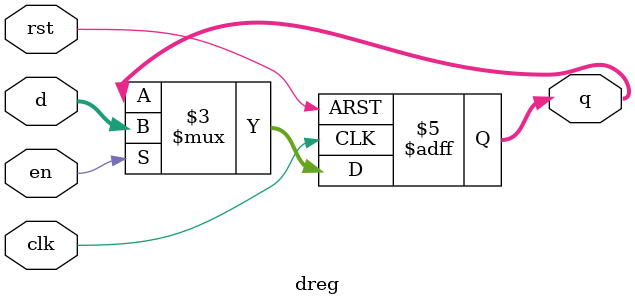
<source format=v>
module dreg # (parameter WIDTH = 32) (
        input  wire             clk,
        input  wire             rst,
        input  wire             en,
        input  wire [WIDTH-1:0] d,
        output reg  [WIDTH-1:0] q
    );
    
    initial begin
       q = 0; 
    end

    always @ (posedge clk, posedge rst) begin
        if (rst) 
            q <= 0;
        else if (en)
            q <= d;
    end
endmodule
</source>
